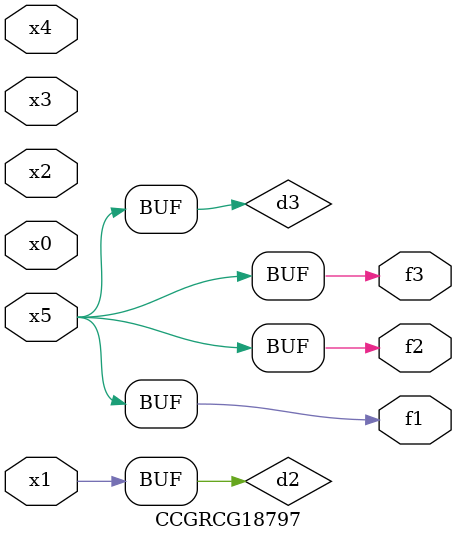
<source format=v>
module CCGRCG18797(
	input x0, x1, x2, x3, x4, x5,
	output f1, f2, f3
);

	wire d1, d2, d3;

	not (d1, x5);
	or (d2, x1);
	xnor (d3, d1);
	assign f1 = d3;
	assign f2 = d3;
	assign f3 = d3;
endmodule

</source>
